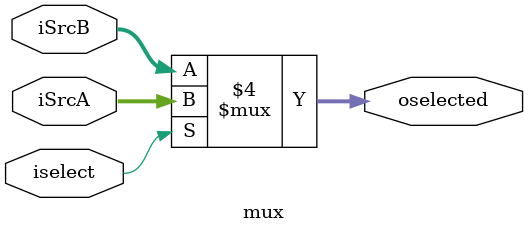
<source format=sv>
module mux #(
    parameter  DATA_WIDTH =32
)(
    input logic iselect,
    input logic [DATA_WIDTH-1:0] iSrcA,
    input logic [DATA_WIDTH-1:0] iSrcB,
    output logic [DATA_WIDTH-1:0] oselected
);

always_comb begin
    if(iselect==1'b1)
        oselected=iSrcA;
    else
        oselected=iSrcB;
end

endmodule

</source>
